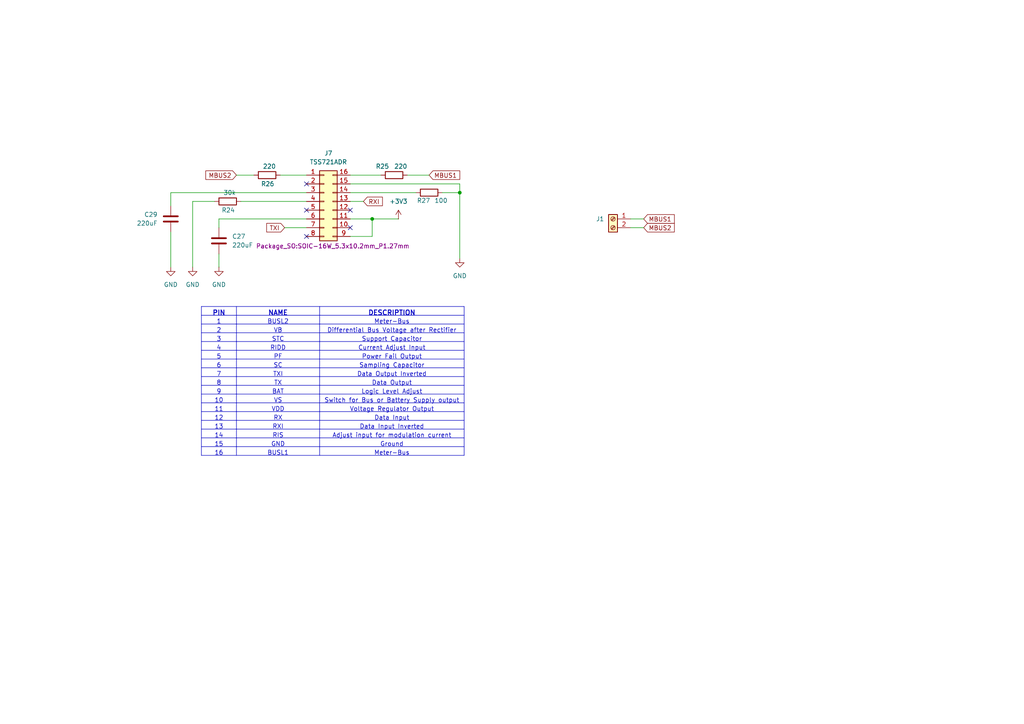
<source format=kicad_sch>
(kicad_sch
	(version 20250114)
	(generator "eeschema")
	(generator_version "9.0")
	(uuid "daa1691b-10f9-435f-98c2-75a310e5202f")
	(paper "A4")
	(title_block
		(title "S0 Base Board")
		(date "2025-02-26")
		(rev "v0.1.0")
		(company "Abstract Machines")
		(comment 1 "Deigned By: Jones Kisaka")
		(comment 2 "Approved By: Rodney Osodo")
	)
	(lib_symbols
		(symbol "Connector:Screw_Terminal_01x02"
			(pin_names
				(offset 1.016)
				(hide yes)
			)
			(exclude_from_sim no)
			(in_bom yes)
			(on_board yes)
			(property "Reference" "J"
				(at 0 2.54 0)
				(effects
					(font
						(size 1.27 1.27)
					)
				)
			)
			(property "Value" "Screw_Terminal_01x02"
				(at 0 -5.08 0)
				(effects
					(font
						(size 1.27 1.27)
					)
				)
			)
			(property "Footprint" ""
				(at 0 0 0)
				(effects
					(font
						(size 1.27 1.27)
					)
					(hide yes)
				)
			)
			(property "Datasheet" "~"
				(at 0 0 0)
				(effects
					(font
						(size 1.27 1.27)
					)
					(hide yes)
				)
			)
			(property "Description" "Generic screw terminal, single row, 01x02, script generated (kicad-library-utils/schlib/autogen/connector/)"
				(at 0 0 0)
				(effects
					(font
						(size 1.27 1.27)
					)
					(hide yes)
				)
			)
			(property "ki_keywords" "screw terminal"
				(at 0 0 0)
				(effects
					(font
						(size 1.27 1.27)
					)
					(hide yes)
				)
			)
			(property "ki_fp_filters" "TerminalBlock*:*"
				(at 0 0 0)
				(effects
					(font
						(size 1.27 1.27)
					)
					(hide yes)
				)
			)
			(symbol "Screw_Terminal_01x02_1_1"
				(rectangle
					(start -1.27 1.27)
					(end 1.27 -3.81)
					(stroke
						(width 0.254)
						(type default)
					)
					(fill
						(type background)
					)
				)
				(polyline
					(pts
						(xy -0.5334 0.3302) (xy 0.3302 -0.508)
					)
					(stroke
						(width 0.1524)
						(type default)
					)
					(fill
						(type none)
					)
				)
				(polyline
					(pts
						(xy -0.5334 -2.2098) (xy 0.3302 -3.048)
					)
					(stroke
						(width 0.1524)
						(type default)
					)
					(fill
						(type none)
					)
				)
				(polyline
					(pts
						(xy -0.3556 0.508) (xy 0.508 -0.3302)
					)
					(stroke
						(width 0.1524)
						(type default)
					)
					(fill
						(type none)
					)
				)
				(polyline
					(pts
						(xy -0.3556 -2.032) (xy 0.508 -2.8702)
					)
					(stroke
						(width 0.1524)
						(type default)
					)
					(fill
						(type none)
					)
				)
				(circle
					(center 0 0)
					(radius 0.635)
					(stroke
						(width 0.1524)
						(type default)
					)
					(fill
						(type none)
					)
				)
				(circle
					(center 0 -2.54)
					(radius 0.635)
					(stroke
						(width 0.1524)
						(type default)
					)
					(fill
						(type none)
					)
				)
				(pin passive line
					(at -5.08 0 0)
					(length 3.81)
					(name "Pin_1"
						(effects
							(font
								(size 1.27 1.27)
							)
						)
					)
					(number "1"
						(effects
							(font
								(size 1.27 1.27)
							)
						)
					)
				)
				(pin passive line
					(at -5.08 -2.54 0)
					(length 3.81)
					(name "Pin_2"
						(effects
							(font
								(size 1.27 1.27)
							)
						)
					)
					(number "2"
						(effects
							(font
								(size 1.27 1.27)
							)
						)
					)
				)
			)
			(embedded_fonts no)
		)
		(symbol "Connector_Generic:Conn_02x08_Counter_Clockwise"
			(pin_names
				(offset 1.016)
				(hide yes)
			)
			(exclude_from_sim no)
			(in_bom yes)
			(on_board yes)
			(property "Reference" "J"
				(at 1.27 10.16 0)
				(effects
					(font
						(size 1.27 1.27)
					)
				)
			)
			(property "Value" "Conn_02x08_Counter_Clockwise"
				(at 1.27 -12.7 0)
				(effects
					(font
						(size 1.27 1.27)
					)
				)
			)
			(property "Footprint" ""
				(at 0 0 0)
				(effects
					(font
						(size 1.27 1.27)
					)
					(hide yes)
				)
			)
			(property "Datasheet" "~"
				(at 0 0 0)
				(effects
					(font
						(size 1.27 1.27)
					)
					(hide yes)
				)
			)
			(property "Description" "Generic connector, double row, 02x08, counter clockwise pin numbering scheme (similar to DIP package numbering), script generated (kicad-library-utils/schlib/autogen/connector/)"
				(at 0 0 0)
				(effects
					(font
						(size 1.27 1.27)
					)
					(hide yes)
				)
			)
			(property "ki_keywords" "connector"
				(at 0 0 0)
				(effects
					(font
						(size 1.27 1.27)
					)
					(hide yes)
				)
			)
			(property "ki_fp_filters" "Connector*:*_2x??_*"
				(at 0 0 0)
				(effects
					(font
						(size 1.27 1.27)
					)
					(hide yes)
				)
			)
			(symbol "Conn_02x08_Counter_Clockwise_1_1"
				(rectangle
					(start -1.27 8.89)
					(end 3.81 -11.43)
					(stroke
						(width 0.254)
						(type default)
					)
					(fill
						(type background)
					)
				)
				(rectangle
					(start -1.27 7.747)
					(end 0 7.493)
					(stroke
						(width 0.1524)
						(type default)
					)
					(fill
						(type none)
					)
				)
				(rectangle
					(start -1.27 5.207)
					(end 0 4.953)
					(stroke
						(width 0.1524)
						(type default)
					)
					(fill
						(type none)
					)
				)
				(rectangle
					(start -1.27 2.667)
					(end 0 2.413)
					(stroke
						(width 0.1524)
						(type default)
					)
					(fill
						(type none)
					)
				)
				(rectangle
					(start -1.27 0.127)
					(end 0 -0.127)
					(stroke
						(width 0.1524)
						(type default)
					)
					(fill
						(type none)
					)
				)
				(rectangle
					(start -1.27 -2.413)
					(end 0 -2.667)
					(stroke
						(width 0.1524)
						(type default)
					)
					(fill
						(type none)
					)
				)
				(rectangle
					(start -1.27 -4.953)
					(end 0 -5.207)
					(stroke
						(width 0.1524)
						(type default)
					)
					(fill
						(type none)
					)
				)
				(rectangle
					(start -1.27 -7.493)
					(end 0 -7.747)
					(stroke
						(width 0.1524)
						(type default)
					)
					(fill
						(type none)
					)
				)
				(rectangle
					(start -1.27 -10.033)
					(end 0 -10.287)
					(stroke
						(width 0.1524)
						(type default)
					)
					(fill
						(type none)
					)
				)
				(rectangle
					(start 3.81 7.747)
					(end 2.54 7.493)
					(stroke
						(width 0.1524)
						(type default)
					)
					(fill
						(type none)
					)
				)
				(rectangle
					(start 3.81 5.207)
					(end 2.54 4.953)
					(stroke
						(width 0.1524)
						(type default)
					)
					(fill
						(type none)
					)
				)
				(rectangle
					(start 3.81 2.667)
					(end 2.54 2.413)
					(stroke
						(width 0.1524)
						(type default)
					)
					(fill
						(type none)
					)
				)
				(rectangle
					(start 3.81 0.127)
					(end 2.54 -0.127)
					(stroke
						(width 0.1524)
						(type default)
					)
					(fill
						(type none)
					)
				)
				(rectangle
					(start 3.81 -2.413)
					(end 2.54 -2.667)
					(stroke
						(width 0.1524)
						(type default)
					)
					(fill
						(type none)
					)
				)
				(rectangle
					(start 3.81 -4.953)
					(end 2.54 -5.207)
					(stroke
						(width 0.1524)
						(type default)
					)
					(fill
						(type none)
					)
				)
				(rectangle
					(start 3.81 -7.493)
					(end 2.54 -7.747)
					(stroke
						(width 0.1524)
						(type default)
					)
					(fill
						(type none)
					)
				)
				(rectangle
					(start 3.81 -10.033)
					(end 2.54 -10.287)
					(stroke
						(width 0.1524)
						(type default)
					)
					(fill
						(type none)
					)
				)
				(pin passive line
					(at -5.08 7.62 0)
					(length 3.81)
					(name "Pin_1"
						(effects
							(font
								(size 1.27 1.27)
							)
						)
					)
					(number "1"
						(effects
							(font
								(size 1.27 1.27)
							)
						)
					)
				)
				(pin passive line
					(at -5.08 5.08 0)
					(length 3.81)
					(name "Pin_2"
						(effects
							(font
								(size 1.27 1.27)
							)
						)
					)
					(number "2"
						(effects
							(font
								(size 1.27 1.27)
							)
						)
					)
				)
				(pin passive line
					(at -5.08 2.54 0)
					(length 3.81)
					(name "Pin_3"
						(effects
							(font
								(size 1.27 1.27)
							)
						)
					)
					(number "3"
						(effects
							(font
								(size 1.27 1.27)
							)
						)
					)
				)
				(pin passive line
					(at -5.08 0 0)
					(length 3.81)
					(name "Pin_4"
						(effects
							(font
								(size 1.27 1.27)
							)
						)
					)
					(number "4"
						(effects
							(font
								(size 1.27 1.27)
							)
						)
					)
				)
				(pin passive line
					(at -5.08 -2.54 0)
					(length 3.81)
					(name "Pin_5"
						(effects
							(font
								(size 1.27 1.27)
							)
						)
					)
					(number "5"
						(effects
							(font
								(size 1.27 1.27)
							)
						)
					)
				)
				(pin passive line
					(at -5.08 -5.08 0)
					(length 3.81)
					(name "Pin_6"
						(effects
							(font
								(size 1.27 1.27)
							)
						)
					)
					(number "6"
						(effects
							(font
								(size 1.27 1.27)
							)
						)
					)
				)
				(pin passive line
					(at -5.08 -7.62 0)
					(length 3.81)
					(name "Pin_7"
						(effects
							(font
								(size 1.27 1.27)
							)
						)
					)
					(number "7"
						(effects
							(font
								(size 1.27 1.27)
							)
						)
					)
				)
				(pin passive line
					(at -5.08 -10.16 0)
					(length 3.81)
					(name "Pin_8"
						(effects
							(font
								(size 1.27 1.27)
							)
						)
					)
					(number "8"
						(effects
							(font
								(size 1.27 1.27)
							)
						)
					)
				)
				(pin passive line
					(at 7.62 7.62 180)
					(length 3.81)
					(name "Pin_16"
						(effects
							(font
								(size 1.27 1.27)
							)
						)
					)
					(number "16"
						(effects
							(font
								(size 1.27 1.27)
							)
						)
					)
				)
				(pin passive line
					(at 7.62 5.08 180)
					(length 3.81)
					(name "Pin_15"
						(effects
							(font
								(size 1.27 1.27)
							)
						)
					)
					(number "15"
						(effects
							(font
								(size 1.27 1.27)
							)
						)
					)
				)
				(pin passive line
					(at 7.62 2.54 180)
					(length 3.81)
					(name "Pin_14"
						(effects
							(font
								(size 1.27 1.27)
							)
						)
					)
					(number "14"
						(effects
							(font
								(size 1.27 1.27)
							)
						)
					)
				)
				(pin passive line
					(at 7.62 0 180)
					(length 3.81)
					(name "Pin_13"
						(effects
							(font
								(size 1.27 1.27)
							)
						)
					)
					(number "13"
						(effects
							(font
								(size 1.27 1.27)
							)
						)
					)
				)
				(pin passive line
					(at 7.62 -2.54 180)
					(length 3.81)
					(name "Pin_12"
						(effects
							(font
								(size 1.27 1.27)
							)
						)
					)
					(number "12"
						(effects
							(font
								(size 1.27 1.27)
							)
						)
					)
				)
				(pin passive line
					(at 7.62 -5.08 180)
					(length 3.81)
					(name "Pin_11"
						(effects
							(font
								(size 1.27 1.27)
							)
						)
					)
					(number "11"
						(effects
							(font
								(size 1.27 1.27)
							)
						)
					)
				)
				(pin passive line
					(at 7.62 -7.62 180)
					(length 3.81)
					(name "Pin_10"
						(effects
							(font
								(size 1.27 1.27)
							)
						)
					)
					(number "10"
						(effects
							(font
								(size 1.27 1.27)
							)
						)
					)
				)
				(pin passive line
					(at 7.62 -10.16 180)
					(length 3.81)
					(name "Pin_9"
						(effects
							(font
								(size 1.27 1.27)
							)
						)
					)
					(number "9"
						(effects
							(font
								(size 1.27 1.27)
							)
						)
					)
				)
			)
			(embedded_fonts no)
		)
		(symbol "Device:C"
			(pin_numbers
				(hide yes)
			)
			(pin_names
				(offset 0.254)
			)
			(exclude_from_sim no)
			(in_bom yes)
			(on_board yes)
			(property "Reference" "C"
				(at 0.635 2.54 0)
				(effects
					(font
						(size 1.27 1.27)
					)
					(justify left)
				)
			)
			(property "Value" "C"
				(at 0.635 -2.54 0)
				(effects
					(font
						(size 1.27 1.27)
					)
					(justify left)
				)
			)
			(property "Footprint" ""
				(at 0.9652 -3.81 0)
				(effects
					(font
						(size 1.27 1.27)
					)
					(hide yes)
				)
			)
			(property "Datasheet" "~"
				(at 0 0 0)
				(effects
					(font
						(size 1.27 1.27)
					)
					(hide yes)
				)
			)
			(property "Description" "Unpolarized capacitor"
				(at 0 0 0)
				(effects
					(font
						(size 1.27 1.27)
					)
					(hide yes)
				)
			)
			(property "ki_keywords" "cap capacitor"
				(at 0 0 0)
				(effects
					(font
						(size 1.27 1.27)
					)
					(hide yes)
				)
			)
			(property "ki_fp_filters" "C_*"
				(at 0 0 0)
				(effects
					(font
						(size 1.27 1.27)
					)
					(hide yes)
				)
			)
			(symbol "C_0_1"
				(polyline
					(pts
						(xy -2.032 0.762) (xy 2.032 0.762)
					)
					(stroke
						(width 0.508)
						(type default)
					)
					(fill
						(type none)
					)
				)
				(polyline
					(pts
						(xy -2.032 -0.762) (xy 2.032 -0.762)
					)
					(stroke
						(width 0.508)
						(type default)
					)
					(fill
						(type none)
					)
				)
			)
			(symbol "C_1_1"
				(pin passive line
					(at 0 3.81 270)
					(length 2.794)
					(name "~"
						(effects
							(font
								(size 1.27 1.27)
							)
						)
					)
					(number "1"
						(effects
							(font
								(size 1.27 1.27)
							)
						)
					)
				)
				(pin passive line
					(at 0 -3.81 90)
					(length 2.794)
					(name "~"
						(effects
							(font
								(size 1.27 1.27)
							)
						)
					)
					(number "2"
						(effects
							(font
								(size 1.27 1.27)
							)
						)
					)
				)
			)
			(embedded_fonts no)
		)
		(symbol "Device:R"
			(pin_numbers
				(hide yes)
			)
			(pin_names
				(offset 0)
			)
			(exclude_from_sim no)
			(in_bom yes)
			(on_board yes)
			(property "Reference" "R"
				(at 2.032 0 90)
				(effects
					(font
						(size 1.27 1.27)
					)
				)
			)
			(property "Value" "R"
				(at 0 0 90)
				(effects
					(font
						(size 1.27 1.27)
					)
				)
			)
			(property "Footprint" ""
				(at -1.778 0 90)
				(effects
					(font
						(size 1.27 1.27)
					)
					(hide yes)
				)
			)
			(property "Datasheet" "~"
				(at 0 0 0)
				(effects
					(font
						(size 1.27 1.27)
					)
					(hide yes)
				)
			)
			(property "Description" "Resistor"
				(at 0 0 0)
				(effects
					(font
						(size 1.27 1.27)
					)
					(hide yes)
				)
			)
			(property "ki_keywords" "R res resistor"
				(at 0 0 0)
				(effects
					(font
						(size 1.27 1.27)
					)
					(hide yes)
				)
			)
			(property "ki_fp_filters" "R_*"
				(at 0 0 0)
				(effects
					(font
						(size 1.27 1.27)
					)
					(hide yes)
				)
			)
			(symbol "R_0_1"
				(rectangle
					(start -1.016 -2.54)
					(end 1.016 2.54)
					(stroke
						(width 0.254)
						(type default)
					)
					(fill
						(type none)
					)
				)
			)
			(symbol "R_1_1"
				(pin passive line
					(at 0 3.81 270)
					(length 1.27)
					(name "~"
						(effects
							(font
								(size 1.27 1.27)
							)
						)
					)
					(number "1"
						(effects
							(font
								(size 1.27 1.27)
							)
						)
					)
				)
				(pin passive line
					(at 0 -3.81 90)
					(length 1.27)
					(name "~"
						(effects
							(font
								(size 1.27 1.27)
							)
						)
					)
					(number "2"
						(effects
							(font
								(size 1.27 1.27)
							)
						)
					)
				)
			)
			(embedded_fonts no)
		)
		(symbol "power:+3V3"
			(power)
			(pin_numbers
				(hide yes)
			)
			(pin_names
				(offset 0)
				(hide yes)
			)
			(exclude_from_sim no)
			(in_bom yes)
			(on_board yes)
			(property "Reference" "#PWR"
				(at 0 -3.81 0)
				(effects
					(font
						(size 1.27 1.27)
					)
					(hide yes)
				)
			)
			(property "Value" "+3V3"
				(at 0 3.556 0)
				(effects
					(font
						(size 1.27 1.27)
					)
				)
			)
			(property "Footprint" ""
				(at 0 0 0)
				(effects
					(font
						(size 1.27 1.27)
					)
					(hide yes)
				)
			)
			(property "Datasheet" ""
				(at 0 0 0)
				(effects
					(font
						(size 1.27 1.27)
					)
					(hide yes)
				)
			)
			(property "Description" "Power symbol creates a global label with name \"+3V3\""
				(at 0 0 0)
				(effects
					(font
						(size 1.27 1.27)
					)
					(hide yes)
				)
			)
			(property "ki_keywords" "global power"
				(at 0 0 0)
				(effects
					(font
						(size 1.27 1.27)
					)
					(hide yes)
				)
			)
			(symbol "+3V3_0_1"
				(polyline
					(pts
						(xy -0.762 1.27) (xy 0 2.54)
					)
					(stroke
						(width 0)
						(type default)
					)
					(fill
						(type none)
					)
				)
				(polyline
					(pts
						(xy 0 2.54) (xy 0.762 1.27)
					)
					(stroke
						(width 0)
						(type default)
					)
					(fill
						(type none)
					)
				)
				(polyline
					(pts
						(xy 0 0) (xy 0 2.54)
					)
					(stroke
						(width 0)
						(type default)
					)
					(fill
						(type none)
					)
				)
			)
			(symbol "+3V3_1_1"
				(pin power_in line
					(at 0 0 90)
					(length 0)
					(name "~"
						(effects
							(font
								(size 1.27 1.27)
							)
						)
					)
					(number "1"
						(effects
							(font
								(size 1.27 1.27)
							)
						)
					)
				)
			)
			(embedded_fonts no)
		)
		(symbol "power:GND"
			(power)
			(pin_numbers
				(hide yes)
			)
			(pin_names
				(offset 0)
				(hide yes)
			)
			(exclude_from_sim no)
			(in_bom yes)
			(on_board yes)
			(property "Reference" "#PWR"
				(at 0 -6.35 0)
				(effects
					(font
						(size 1.27 1.27)
					)
					(hide yes)
				)
			)
			(property "Value" "GND"
				(at 0 -3.81 0)
				(effects
					(font
						(size 1.27 1.27)
					)
				)
			)
			(property "Footprint" ""
				(at 0 0 0)
				(effects
					(font
						(size 1.27 1.27)
					)
					(hide yes)
				)
			)
			(property "Datasheet" ""
				(at 0 0 0)
				(effects
					(font
						(size 1.27 1.27)
					)
					(hide yes)
				)
			)
			(property "Description" "Power symbol creates a global label with name \"GND\" , ground"
				(at 0 0 0)
				(effects
					(font
						(size 1.27 1.27)
					)
					(hide yes)
				)
			)
			(property "ki_keywords" "global power"
				(at 0 0 0)
				(effects
					(font
						(size 1.27 1.27)
					)
					(hide yes)
				)
			)
			(symbol "GND_0_1"
				(polyline
					(pts
						(xy 0 0) (xy 0 -1.27) (xy 1.27 -1.27) (xy 0 -2.54) (xy -1.27 -1.27) (xy 0 -1.27)
					)
					(stroke
						(width 0)
						(type default)
					)
					(fill
						(type none)
					)
				)
			)
			(symbol "GND_1_1"
				(pin power_in line
					(at 0 0 270)
					(length 0)
					(name "~"
						(effects
							(font
								(size 1.27 1.27)
							)
						)
					)
					(number "1"
						(effects
							(font
								(size 1.27 1.27)
							)
						)
					)
				)
			)
			(embedded_fonts no)
		)
	)
	(junction
		(at 133.35 55.88)
		(diameter 0)
		(color 0 0 0 0)
		(uuid "57025da8-9e66-4d3e-9583-5fc9d2351bdd")
	)
	(junction
		(at 107.95 63.5)
		(diameter 0)
		(color 0 0 0 0)
		(uuid "909d05b5-7ec6-4a8e-9985-3f2e56cb61b6")
	)
	(no_connect
		(at 88.9 53.34)
		(uuid "0ae55625-c053-45c0-b81c-f16f3ac96f53")
	)
	(no_connect
		(at 101.6 66.04)
		(uuid "3f1b2951-8c75-46c2-9a8a-0c77cd04a0c5")
	)
	(no_connect
		(at 88.9 60.96)
		(uuid "5f835d8e-4c6c-42bb-a8c7-aa7908aea889")
	)
	(no_connect
		(at 88.9 68.58)
		(uuid "9d379da0-945c-4290-b766-4f6de566f5bd")
	)
	(no_connect
		(at 101.6 60.96)
		(uuid "a0eb31ab-2fb9-41e2-8adb-bcad088c4452")
	)
	(wire
		(pts
			(xy 110.49 50.8) (xy 101.6 50.8)
		)
		(stroke
			(width 0)
			(type default)
		)
		(uuid "020da636-85c0-4081-90bb-472b6db9b9cd")
	)
	(wire
		(pts
			(xy 107.95 68.58) (xy 101.6 68.58)
		)
		(stroke
			(width 0)
			(type default)
		)
		(uuid "0aeff6a4-406d-451a-baae-d464375b217c")
	)
	(wire
		(pts
			(xy 133.35 55.88) (xy 133.35 74.93)
		)
		(stroke
			(width 0)
			(type default)
		)
		(uuid "10b7ca64-5f86-4552-841d-d48ecfc32bdb")
	)
	(wire
		(pts
			(xy 82.55 66.04) (xy 88.9 66.04)
		)
		(stroke
			(width 0)
			(type default)
		)
		(uuid "247e5ce5-4655-4306-93d4-3f5fdee8b29f")
	)
	(wire
		(pts
			(xy 81.28 50.8) (xy 88.9 50.8)
		)
		(stroke
			(width 0)
			(type default)
		)
		(uuid "34bc04fb-a65a-43f4-b6ba-a309754ad45f")
	)
	(wire
		(pts
			(xy 101.6 53.34) (xy 133.35 53.34)
		)
		(stroke
			(width 0)
			(type default)
		)
		(uuid "3e7c6b6c-9b72-43ad-8446-e8e84c57276e")
	)
	(wire
		(pts
			(xy 124.46 50.8) (xy 118.11 50.8)
		)
		(stroke
			(width 0)
			(type default)
		)
		(uuid "43f703e6-d45d-4fd9-b1c1-631f47dc49b0")
	)
	(wire
		(pts
			(xy 63.5 73.66) (xy 63.5 77.47)
		)
		(stroke
			(width 0)
			(type default)
		)
		(uuid "49b22d45-4f27-47fe-8965-023b6ca39117")
	)
	(wire
		(pts
			(xy 68.58 50.8) (xy 73.66 50.8)
		)
		(stroke
			(width 0)
			(type default)
		)
		(uuid "49ce1bf8-3618-418c-89e0-725da56117bb")
	)
	(wire
		(pts
			(xy 101.6 55.88) (xy 120.65 55.88)
		)
		(stroke
			(width 0)
			(type default)
		)
		(uuid "6442e2f8-4996-4a3e-8d30-776c3b31e4ff")
	)
	(wire
		(pts
			(xy 186.69 66.04) (xy 182.88 66.04)
		)
		(stroke
			(width 0)
			(type default)
		)
		(uuid "85a6a47a-fa07-4954-a9f4-799a95122e32")
	)
	(wire
		(pts
			(xy 49.53 67.31) (xy 49.53 77.47)
		)
		(stroke
			(width 0)
			(type default)
		)
		(uuid "8bae9859-a2db-44cb-a849-929ce44732c8")
	)
	(wire
		(pts
			(xy 69.85 58.42) (xy 88.9 58.42)
		)
		(stroke
			(width 0)
			(type default)
		)
		(uuid "8e6453e8-befa-4c36-986e-2ce7ead8614e")
	)
	(wire
		(pts
			(xy 49.53 55.88) (xy 49.53 59.69)
		)
		(stroke
			(width 0)
			(type default)
		)
		(uuid "92be779a-1513-4d98-b364-aa81ce7c87aa")
	)
	(wire
		(pts
			(xy 186.69 63.5) (xy 182.88 63.5)
		)
		(stroke
			(width 0)
			(type default)
		)
		(uuid "949fdc54-4c69-44fc-919a-09ba6bd04e54")
	)
	(wire
		(pts
			(xy 55.88 58.42) (xy 62.23 58.42)
		)
		(stroke
			(width 0)
			(type default)
		)
		(uuid "a030072b-69eb-43fd-b41c-3b1e8b73d6ca")
	)
	(wire
		(pts
			(xy 63.5 63.5) (xy 63.5 66.04)
		)
		(stroke
			(width 0)
			(type default)
		)
		(uuid "ab50ab13-0790-4fc9-9167-db01734be120")
	)
	(wire
		(pts
			(xy 88.9 55.88) (xy 49.53 55.88)
		)
		(stroke
			(width 0)
			(type default)
		)
		(uuid "ac21c227-7a69-4dc6-a42e-6ec9b698554a")
	)
	(wire
		(pts
			(xy 101.6 63.5) (xy 107.95 63.5)
		)
		(stroke
			(width 0)
			(type default)
		)
		(uuid "bba4747e-f05a-42bc-a922-174e8163a6fb")
	)
	(wire
		(pts
			(xy 128.27 55.88) (xy 133.35 55.88)
		)
		(stroke
			(width 0)
			(type default)
		)
		(uuid "cc177695-261a-4f5d-b7e3-525403e83941")
	)
	(wire
		(pts
			(xy 88.9 63.5) (xy 63.5 63.5)
		)
		(stroke
			(width 0)
			(type default)
		)
		(uuid "cef83d2e-1413-4be3-81cc-3956003496d6")
	)
	(wire
		(pts
			(xy 105.41 58.42) (xy 101.6 58.42)
		)
		(stroke
			(width 0)
			(type default)
		)
		(uuid "d7d63e46-d69c-4975-b987-dfa6e3208076")
	)
	(wire
		(pts
			(xy 55.88 77.47) (xy 55.88 58.42)
		)
		(stroke
			(width 0)
			(type default)
		)
		(uuid "e2fb8293-6ad5-4f71-a2ff-ac558409b010")
	)
	(wire
		(pts
			(xy 107.95 63.5) (xy 115.57 63.5)
		)
		(stroke
			(width 0)
			(type default)
		)
		(uuid "e4a63d02-9629-425f-995a-c8e09552168d")
	)
	(wire
		(pts
			(xy 107.95 63.5) (xy 107.95 68.58)
		)
		(stroke
			(width 0)
			(type default)
		)
		(uuid "ec09511f-3f3f-4f05-9c06-4e3102c6e216")
	)
	(wire
		(pts
			(xy 133.35 53.34) (xy 133.35 55.88)
		)
		(stroke
			(width 0)
			(type default)
		)
		(uuid "f705f3ce-8cc3-4346-9216-f258586e0c60")
	)
	(table
		(column_count 3)
		(border
			(external yes)
			(header yes)
			(stroke
				(width 0)
				(type solid)
			)
		)
		(separators
			(rows yes)
			(cols yes)
			(stroke
				(width 0)
				(type solid)
			)
		)
		(column_widths 10.16 24.13 41.91)
		(row_heights 2.54 2.54 2.54 2.54 2.54 2.54 2.54 2.54 2.54 2.54 2.54 2.54
			2.54 2.54 2.54 2.54 2.54
		)
		(cells
			(table_cell "PIN"
				(exclude_from_sim no)
				(at 58.42 88.9 0)
				(size 10.16 2.54)
				(margins 0.9525 0.9525 0.9525 0.9525)
				(span 1 1)
				(fill
					(type none)
				)
				(effects
					(font
						(size 1.4 1.4)
						(thickness 0.254)
						(bold yes)
					)
					(justify top)
				)
				(uuid "15f03ac4-c7f6-4903-af68-c75e67aa327b")
			)
			(table_cell "NAME"
				(exclude_from_sim no)
				(at 68.58 88.9 0)
				(size 24.13 2.54)
				(margins 0.9525 0.9525 0.9525 0.9525)
				(span 1 1)
				(fill
					(type none)
				)
				(effects
					(font
						(size 1.4 1.4)
						(thickness 0.254)
						(bold yes)
					)
					(justify top)
				)
				(uuid "ce94a980-6a5c-4593-ab2d-685e6bc49dad")
			)
			(table_cell "DESCRIPTION"
				(exclude_from_sim no)
				(at 92.71 88.9 0)
				(size 41.91 2.54)
				(margins 0.9525 0.9525 0.9525 0.9525)
				(span 1 1)
				(fill
					(type none)
				)
				(effects
					(font
						(size 1.4 1.4)
						(thickness 0.254)
						(bold yes)
					)
					(justify top)
				)
				(uuid "e452e208-6049-4870-b8a4-adda13fc2e3b")
			)
			(table_cell "1"
				(exclude_from_sim no)
				(at 58.42 91.44 0)
				(size 10.16 2.54)
				(margins 0.9525 0.9525 0.9525 0.9525)
				(span 1 1)
				(fill
					(type none)
				)
				(effects
					(font
						(size 1.27 1.27)
					)
					(justify top)
				)
				(uuid "b9fe3757-4010-4a10-b75a-ee09ec36e1af")
			)
			(table_cell "BUSL2"
				(exclude_from_sim no)
				(at 68.58 91.44 0)
				(size 24.13 2.54)
				(margins 0.9525 0.9525 0.9525 0.9525)
				(span 1 1)
				(fill
					(type none)
				)
				(effects
					(font
						(size 1.27 1.27)
					)
					(justify top)
				)
				(uuid "36222bb3-6d9f-470a-a22f-e3c5b3ef9d36")
			)
			(table_cell "Meter-Bus"
				(exclude_from_sim no)
				(at 92.71 91.44 0)
				(size 41.91 2.54)
				(margins 0.9525 0.9525 0.9525 0.9525)
				(span 1 1)
				(fill
					(type none)
				)
				(effects
					(font
						(size 1.27 1.27)
					)
					(justify top)
				)
				(uuid "e255b126-4f73-49b4-ae3b-b260df6f4504")
			)
			(table_cell "2"
				(exclude_from_sim no)
				(at 58.42 93.98 0)
				(size 10.16 2.54)
				(margins 0.9525 0.9525 0.9525 0.9525)
				(span 1 1)
				(fill
					(type none)
				)
				(effects
					(font
						(size 1.27 1.27)
					)
					(justify top)
				)
				(uuid "29e6cdbb-348e-4843-9ef3-18a25c48855e")
			)
			(table_cell "VB"
				(exclude_from_sim no)
				(at 68.58 93.98 0)
				(size 24.13 2.54)
				(margins 0.9525 0.9525 0.9525 0.9525)
				(span 1 1)
				(fill
					(type none)
				)
				(effects
					(font
						(size 1.27 1.27)
					)
					(justify top)
				)
				(uuid "f5f46659-be9f-48aa-9f17-eed185979ca1")
			)
			(table_cell "Differential Bus Voltage after Rectifier"
				(exclude_from_sim no)
				(at 92.71 93.98 0)
				(size 41.91 2.54)
				(margins 0.9525 0.9525 0.9525 0.9525)
				(span 1 1)
				(fill
					(type none)
				)
				(effects
					(font
						(size 1.27 1.27)
					)
					(justify top)
				)
				(uuid "0fef1056-f1d4-4907-b317-c81108a5862c")
			)
			(table_cell "3"
				(exclude_from_sim no)
				(at 58.42 96.52 0)
				(size 10.16 2.54)
				(margins 0.9525 0.9525 0.9525 0.9525)
				(span 1 1)
				(fill
					(type none)
				)
				(effects
					(font
						(size 1.27 1.27)
					)
					(justify top)
				)
				(uuid "fba8324b-91a9-4285-b0f8-6d5ef53e9003")
			)
			(table_cell "STC"
				(exclude_from_sim no)
				(at 68.58 96.52 0)
				(size 24.13 2.54)
				(margins 0.9525 0.9525 0.9525 0.9525)
				(span 1 1)
				(fill
					(type none)
				)
				(effects
					(font
						(size 1.27 1.27)
					)
					(justify top)
				)
				(uuid "21f2bb6b-1408-4fae-89de-7282bed160c7")
			)
			(table_cell "Support Capacitor"
				(exclude_from_sim no)
				(at 92.71 96.52 0)
				(size 41.91 2.54)
				(margins 0.9525 0.9525 0.9525 0.9525)
				(span 1 1)
				(fill
					(type none)
				)
				(effects
					(font
						(size 1.27 1.27)
					)
					(justify top)
				)
				(uuid "69187d75-950d-47a1-879e-709aed0148e2")
			)
			(table_cell "4"
				(exclude_from_sim no)
				(at 58.42 99.06 0)
				(size 10.16 2.54)
				(margins 0.9525 0.9525 0.9525 0.9525)
				(span 1 1)
				(fill
					(type none)
				)
				(effects
					(font
						(size 1.27 1.27)
					)
					(justify top)
				)
				(uuid "bb694909-944c-4f6e-a08a-45a113acee63")
			)
			(table_cell "RIDD"
				(exclude_from_sim no)
				(at 68.58 99.06 0)
				(size 24.13 2.54)
				(margins 0.9525 0.9525 0.9525 0.9525)
				(span 1 1)
				(fill
					(type none)
				)
				(effects
					(font
						(size 1.27 1.27)
					)
					(justify top)
				)
				(uuid "e02b2935-d2bd-4e97-b3b3-f2aa5b6251ff")
			)
			(table_cell "Current Adjust Input"
				(exclude_from_sim no)
				(at 92.71 99.06 0)
				(size 41.91 2.54)
				(margins 0.9525 0.9525 0.9525 0.9525)
				(span 1 1)
				(fill
					(type none)
				)
				(effects
					(font
						(size 1.27 1.27)
					)
					(justify top)
				)
				(uuid "ac3ebc02-a86d-45c3-8213-21f4e984a9ed")
			)
			(table_cell "5"
				(exclude_from_sim no)
				(at 58.42 101.6 0)
				(size 10.16 2.54)
				(margins 0.9525 0.9525 0.9525 0.9525)
				(span 1 1)
				(fill
					(type none)
				)
				(effects
					(font
						(size 1.27 1.27)
					)
					(justify top)
				)
				(uuid "de5acaad-9691-4bdd-a60d-eeb88a73a2f5")
			)
			(table_cell "PF"
				(exclude_from_sim no)
				(at 68.58 101.6 0)
				(size 24.13 2.54)
				(margins 0.9525 0.9525 0.9525 0.9525)
				(span 1 1)
				(fill
					(type none)
				)
				(effects
					(font
						(size 1.27 1.27)
					)
					(justify top)
				)
				(uuid "7d1e97a2-6094-464b-91ee-d35deb39d17e")
			)
			(table_cell "Power Fail Output"
				(exclude_from_sim no)
				(at 92.71 101.6 0)
				(size 41.91 2.54)
				(margins 0.9525 0.9525 0.9525 0.9525)
				(span 1 1)
				(fill
					(type none)
				)
				(effects
					(font
						(size 1.27 1.27)
					)
					(justify top)
				)
				(uuid "01891138-7121-4cab-839a-2abb334ab537")
			)
			(table_cell "6"
				(exclude_from_sim no)
				(at 58.42 104.14 0)
				(size 10.16 2.54)
				(margins 0.9525 0.9525 0.9525 0.9525)
				(span 1 1)
				(fill
					(type none)
				)
				(effects
					(font
						(size 1.27 1.27)
					)
					(justify top)
				)
				(uuid "9f5d6ada-1549-46b7-a159-1426c52b5a53")
			)
			(table_cell "SC"
				(exclude_from_sim no)
				(at 68.58 104.14 0)
				(size 24.13 2.54)
				(margins 0.9525 0.9525 0.9525 0.9525)
				(span 1 1)
				(fill
					(type none)
				)
				(effects
					(font
						(size 1.27 1.27)
					)
					(justify top)
				)
				(uuid "f163d736-46de-4ffc-8215-7b75cf74b965")
			)
			(table_cell "Sampling Capacitor"
				(exclude_from_sim no)
				(at 92.71 104.14 0)
				(size 41.91 2.54)
				(margins 0.9525 0.9525 0.9525 0.9525)
				(span 1 1)
				(fill
					(type none)
				)
				(effects
					(font
						(size 1.27 1.27)
					)
					(justify top)
				)
				(uuid "c19e7a39-680c-46de-9032-37bbc2beb332")
			)
			(table_cell "7"
				(exclude_from_sim no)
				(at 58.42 106.68 0)
				(size 10.16 2.54)
				(margins 0.9525 0.9525 0.9525 0.9525)
				(span 1 1)
				(fill
					(type none)
				)
				(effects
					(font
						(size 1.27 1.27)
					)
					(justify top)
				)
				(uuid "b345327e-55c1-4731-98c7-b5540fd51580")
			)
			(table_cell "TXI"
				(exclude_from_sim no)
				(at 68.58 106.68 0)
				(size 24.13 2.54)
				(margins 0.9525 0.9525 0.9525 0.9525)
				(span 1 1)
				(fill
					(type none)
				)
				(effects
					(font
						(size 1.27 1.27)
					)
					(justify top)
				)
				(uuid "5cda2b64-b689-4f8c-9a2e-b835b98d7878")
			)
			(table_cell "Data Output Inverted"
				(exclude_from_sim no)
				(at 92.71 106.68 0)
				(size 41.91 2.54)
				(margins 0.9525 0.9525 0.9525 0.9525)
				(span 1 1)
				(fill
					(type none)
				)
				(effects
					(font
						(size 1.27 1.27)
					)
					(justify top)
				)
				(uuid "af32b233-c9d2-419f-bf93-ec7a338570fd")
			)
			(table_cell "8"
				(exclude_from_sim no)
				(at 58.42 109.22 0)
				(size 10.16 2.54)
				(margins 0.9525 0.9525 0.9525 0.9525)
				(span 1 1)
				(fill
					(type none)
				)
				(effects
					(font
						(size 1.27 1.27)
					)
					(justify top)
				)
				(uuid "86184180-5377-4df9-a3cd-521e5cac17a8")
			)
			(table_cell "TX"
				(exclude_from_sim no)
				(at 68.58 109.22 0)
				(size 24.13 2.54)
				(margins 0.9525 0.9525 0.9525 0.9525)
				(span 1 1)
				(fill
					(type none)
				)
				(effects
					(font
						(size 1.27 1.27)
					)
					(justify top)
				)
				(uuid "de417d19-474b-4393-b052-4b6622c1953d")
			)
			(table_cell "Data Output"
				(exclude_from_sim no)
				(at 92.71 109.22 0)
				(size 41.91 2.54)
				(margins 0.9525 0.9525 0.9525 0.9525)
				(span 1 1)
				(fill
					(type none)
				)
				(effects
					(font
						(size 1.27 1.27)
					)
					(justify top)
				)
				(uuid "200d1cab-fd0d-4441-bb69-9e3c3c13c5e5")
			)
			(table_cell "9"
				(exclude_from_sim no)
				(at 58.42 111.76 0)
				(size 10.16 2.54)
				(margins 0.9525 0.9525 0.9525 0.9525)
				(span 1 1)
				(fill
					(type none)
				)
				(effects
					(font
						(size 1.27 1.27)
					)
					(justify top)
				)
				(uuid "f3c9493e-db0d-4448-a748-31c62a1fc614")
			)
			(table_cell "BAT"
				(exclude_from_sim no)
				(at 68.58 111.76 0)
				(size 24.13 2.54)
				(margins 0.9525 0.9525 0.9525 0.9525)
				(span 1 1)
				(fill
					(type none)
				)
				(effects
					(font
						(size 1.27 1.27)
					)
					(justify top)
				)
				(uuid "b7f2008a-1280-4dfe-b596-22c1a8e1f5c7")
			)
			(table_cell "Logic Level Adjust"
				(exclude_from_sim no)
				(at 92.71 111.76 0)
				(size 41.91 2.54)
				(margins 0.9525 0.9525 0.9525 0.9525)
				(span 1 1)
				(fill
					(type none)
				)
				(effects
					(font
						(size 1.27 1.27)
					)
					(justify top)
				)
				(uuid "5b89f5e3-fcd8-44fb-8f8f-bb338767d7e8")
			)
			(table_cell "10"
				(exclude_from_sim no)
				(at 58.42 114.3 0)
				(size 10.16 2.54)
				(margins 0.9525 0.9525 0.9525 0.9525)
				(span 1 1)
				(fill
					(type none)
				)
				(effects
					(font
						(size 1.27 1.27)
					)
					(justify top)
				)
				(uuid "bd854f35-7ebd-45c4-9140-fd25570f521a")
			)
			(table_cell "VS"
				(exclude_from_sim no)
				(at 68.58 114.3 0)
				(size 24.13 2.54)
				(margins 0.9525 0.9525 0.9525 0.9525)
				(span 1 1)
				(fill
					(type none)
				)
				(effects
					(font
						(size 1.27 1.27)
					)
					(justify top)
				)
				(uuid "a3bb7c09-3a22-4735-8dd5-9625bb1f4b3b")
			)
			(table_cell "Switch for Bus or Battery Supply output"
				(exclude_from_sim no)
				(at 92.71 114.3 0)
				(size 41.91 2.54)
				(margins 0.9525 0.9525 0.9525 0.9525)
				(span 1 1)
				(fill
					(type none)
				)
				(effects
					(font
						(size 1.27 1.27)
					)
					(justify top)
				)
				(uuid "b3ed3214-afd3-4bd9-a77f-fb58f152e05a")
			)
			(table_cell "11"
				(exclude_from_sim no)
				(at 58.42 116.84 0)
				(size 10.16 2.54)
				(margins 0.9525 0.9525 0.9525 0.9525)
				(span 1 1)
				(fill
					(type none)
				)
				(effects
					(font
						(size 1.27 1.27)
					)
					(justify top)
				)
				(uuid "6a0015db-f05f-4b4f-8775-d4f5cb25225c")
			)
			(table_cell "VDD"
				(exclude_from_sim no)
				(at 68.58 116.84 0)
				(size 24.13 2.54)
				(margins 0.9525 0.9525 0.9525 0.9525)
				(span 1 1)
				(fill
					(type none)
				)
				(effects
					(font
						(size 1.27 1.27)
					)
					(justify top)
				)
				(uuid "ab3bee53-1cc4-4136-bf01-a158213341a1")
			)
			(table_cell "Voltage Regulator Output"
				(exclude_from_sim no)
				(at 92.71 116.84 0)
				(size 41.91 2.54)
				(margins 0.9525 0.9525 0.9525 0.9525)
				(span 1 1)
				(fill
					(type none)
				)
				(effects
					(font
						(size 1.27 1.27)
					)
					(justify top)
				)
				(uuid "53f178db-0e70-42dc-acb2-4c36740373ef")
			)
			(table_cell "12"
				(exclude_from_sim no)
				(at 58.42 119.38 0)
				(size 10.16 2.54)
				(margins 0.9525 0.9525 0.9525 0.9525)
				(span 1 1)
				(fill
					(type none)
				)
				(effects
					(font
						(size 1.27 1.27)
					)
					(justify top)
				)
				(uuid "6a19a49e-88c4-46ef-bd5b-07128fd76527")
			)
			(table_cell "RX"
				(exclude_from_sim no)
				(at 68.58 119.38 0)
				(size 24.13 2.54)
				(margins 0.9525 0.9525 0.9525 0.9525)
				(span 1 1)
				(fill
					(type none)
				)
				(effects
					(font
						(size 1.27 1.27)
					)
					(justify top)
				)
				(uuid "5758316b-3326-49df-9141-473bc86f340a")
			)
			(table_cell "Data Input"
				(exclude_from_sim no)
				(at 92.71 119.38 0)
				(size 41.91 2.54)
				(margins 0.9525 0.9525 0.9525 0.9525)
				(span 1 1)
				(fill
					(type none)
				)
				(effects
					(font
						(size 1.27 1.27)
					)
					(justify top)
				)
				(uuid "05437f14-3332-42d7-bcf0-8a22545fb340")
			)
			(table_cell "13"
				(exclude_from_sim no)
				(at 58.42 121.92 0)
				(size 10.16 2.54)
				(margins 0.9525 0.9525 0.9525 0.9525)
				(span 1 1)
				(fill
					(type none)
				)
				(effects
					(font
						(size 1.27 1.27)
					)
					(justify top)
				)
				(uuid "aee896f3-e20c-4c87-8fdf-ebc57e6f6e73")
			)
			(table_cell "RXI"
				(exclude_from_sim no)
				(at 68.58 121.92 0)
				(size 24.13 2.54)
				(margins 0.9525 0.9525 0.9525 0.9525)
				(span 1 1)
				(fill
					(type none)
				)
				(effects
					(font
						(size 1.27 1.27)
					)
					(justify top)
				)
				(uuid "479f5555-d7b2-47a5-9539-fd4f379ab8a8")
			)
			(table_cell "Data Input Inverted"
				(exclude_from_sim no)
				(at 92.71 121.92 0)
				(size 41.91 2.54)
				(margins 0.9525 0.9525 0.9525 0.9525)
				(span 1 1)
				(fill
					(type none)
				)
				(effects
					(font
						(size 1.27 1.27)
					)
					(justify top)
				)
				(uuid "d067f82e-3837-485f-92a4-b5e8b04ae805")
			)
			(table_cell "14"
				(exclude_from_sim no)
				(at 58.42 124.46 0)
				(size 10.16 2.54)
				(margins 0.9525 0.9525 0.9525 0.9525)
				(span 1 1)
				(fill
					(type none)
				)
				(effects
					(font
						(size 1.27 1.27)
					)
					(justify top)
				)
				(uuid "e9bd4420-c13d-4594-a676-ccd3924691a9")
			)
			(table_cell "RIS"
				(exclude_from_sim no)
				(at 68.58 124.46 0)
				(size 24.13 2.54)
				(margins 0.9525 0.9525 0.9525 0.9525)
				(span 1 1)
				(fill
					(type none)
				)
				(effects
					(font
						(size 1.27 1.27)
					)
					(justify top)
				)
				(uuid "e8c80f85-484c-4992-ad15-49fc5f1e52c1")
			)
			(table_cell "Adjust input for modulation current"
				(exclude_from_sim no)
				(at 92.71 124.46 0)
				(size 41.91 2.54)
				(margins 0.9525 0.9525 0.9525 0.9525)
				(span 1 1)
				(fill
					(type none)
				)
				(effects
					(font
						(size 1.27 1.27)
					)
					(justify top)
				)
				(uuid "ec74ea78-87f9-4355-ace9-af4223b0b929")
			)
			(table_cell "15"
				(exclude_from_sim no)
				(at 58.42 127 0)
				(size 10.16 2.54)
				(margins 0.9525 0.9525 0.9525 0.9525)
				(span 1 1)
				(fill
					(type none)
				)
				(effects
					(font
						(size 1.27 1.27)
					)
					(justify top)
				)
				(uuid "c23303e8-1a0a-4383-bf4d-2527d42c8f36")
			)
			(table_cell "GND"
				(exclude_from_sim no)
				(at 68.58 127 0)
				(size 24.13 2.54)
				(margins 0.9525 0.9525 0.9525 0.9525)
				(span 1 1)
				(fill
					(type none)
				)
				(effects
					(font
						(size 1.27 1.27)
					)
					(justify top)
				)
				(uuid "1217cc33-3703-4bbe-b5cd-a05fa5aeeebc")
			)
			(table_cell "Ground"
				(exclude_from_sim no)
				(at 92.71 127 0)
				(size 41.91 2.54)
				(margins 0.9525 0.9525 0.9525 0.9525)
				(span 1 1)
				(fill
					(type none)
				)
				(effects
					(font
						(size 1.27 1.27)
					)
					(justify top)
				)
				(uuid "fc5ac0a3-777b-4788-bd1f-8adb3c1e486a")
			)
			(table_cell "16"
				(exclude_from_sim no)
				(at 58.42 129.54 0)
				(size 10.16 2.54)
				(margins 0.9525 0.9525 0.9525 0.9525)
				(span 1 1)
				(fill
					(type none)
				)
				(effects
					(font
						(size 1.27 1.27)
					)
					(justify top)
				)
				(uuid "b56a72a8-56c6-4c0b-bb0c-91804f58b5fa")
			)
			(table_cell "BUSL1"
				(exclude_from_sim no)
				(at 68.58 129.54 0)
				(size 24.13 2.54)
				(margins 0.9525 0.9525 0.9525 0.9525)
				(span 1 1)
				(fill
					(type none)
				)
				(effects
					(font
						(size 1.27 1.27)
					)
					(justify top)
				)
				(uuid "f3e3bf72-a1a3-4403-8a34-820b3bea4e14")
			)
			(table_cell "Meter-Bus"
				(exclude_from_sim no)
				(at 92.71 129.54 0)
				(size 41.91 2.54)
				(margins 0.9525 0.9525 0.9525 0.9525)
				(span 1 1)
				(fill
					(type none)
				)
				(effects
					(font
						(size 1.27 1.27)
					)
					(justify top)
				)
				(uuid "0ef5012f-eba7-478d-9d6c-7fd4ee501412")
			)
		)
	)
	(global_label "TXI"
		(shape input)
		(at 82.55 66.04 180)
		(fields_autoplaced yes)
		(effects
			(font
				(size 1.27 1.27)
			)
			(justify right)
		)
		(uuid "2538bdfb-0088-4284-9394-b6559044591d")
		(property "Intersheetrefs" "${INTERSHEET_REFS}"
			(at 76.7829 66.04 0)
			(effects
				(font
					(size 1.27 1.27)
				)
				(justify right)
				(hide yes)
			)
		)
	)
	(global_label "MBUS2"
		(shape input)
		(at 186.69 66.04 0)
		(fields_autoplaced yes)
		(effects
			(font
				(size 1.27 1.27)
			)
			(justify left)
		)
		(uuid "6eb51c58-6595-4c00-96c5-c80da622bde4")
		(property "Intersheetrefs" "${INTERSHEET_REFS}"
			(at 196.1461 66.04 0)
			(effects
				(font
					(size 1.27 1.27)
				)
				(justify left)
				(hide yes)
			)
		)
	)
	(global_label "MBUS1"
		(shape input)
		(at 124.46 50.8 0)
		(fields_autoplaced yes)
		(effects
			(font
				(size 1.27 1.27)
			)
			(justify left)
		)
		(uuid "91bb2f01-0c77-4c67-baf4-9c909feab80b")
		(property "Intersheetrefs" "${INTERSHEET_REFS}"
			(at 133.9161 50.8 0)
			(effects
				(font
					(size 1.27 1.27)
				)
				(justify left)
				(hide yes)
			)
		)
	)
	(global_label "MBUS1"
		(shape input)
		(at 186.69 63.5 0)
		(fields_autoplaced yes)
		(effects
			(font
				(size 1.27 1.27)
			)
			(justify left)
		)
		(uuid "a2d79329-4a3e-41d9-a9bc-79ae3d13b2ac")
		(property "Intersheetrefs" "${INTERSHEET_REFS}"
			(at 196.1461 63.5 0)
			(effects
				(font
					(size 1.27 1.27)
				)
				(justify left)
				(hide yes)
			)
		)
	)
	(global_label "MBUS2"
		(shape input)
		(at 68.58 50.8 180)
		(fields_autoplaced yes)
		(effects
			(font
				(size 1.27 1.27)
			)
			(justify right)
		)
		(uuid "a5e5597b-5da3-4f26-998a-e4ec2cfdb0f9")
		(property "Intersheetrefs" "${INTERSHEET_REFS}"
			(at 59.1239 50.8 0)
			(effects
				(font
					(size 1.27 1.27)
				)
				(justify right)
				(hide yes)
			)
		)
	)
	(global_label "RXI"
		(shape input)
		(at 105.41 58.42 0)
		(fields_autoplaced yes)
		(effects
			(font
				(size 1.27 1.27)
			)
			(justify left)
		)
		(uuid "fdb76e9c-a37d-43fd-a092-f788f1c70f93")
		(property "Intersheetrefs" "${INTERSHEET_REFS}"
			(at 111.4795 58.42 0)
			(effects
				(font
					(size 1.27 1.27)
				)
				(justify left)
				(hide yes)
			)
		)
	)
	(symbol
		(lib_id "Device:C")
		(at 49.53 63.5 0)
		(mirror y)
		(unit 1)
		(exclude_from_sim no)
		(in_bom yes)
		(on_board yes)
		(dnp no)
		(uuid "0ff8695d-1a5e-465d-8689-1cfd9cabf18c")
		(property "Reference" "C29"
			(at 45.72 62.2299 0)
			(effects
				(font
					(size 1.27 1.27)
				)
				(justify left)
			)
		)
		(property "Value" "220uF"
			(at 45.72 64.7699 0)
			(effects
				(font
					(size 1.27 1.27)
				)
				(justify left)
			)
		)
		(property "Footprint" "Capacitor_SMD:C_1206_3216Metric"
			(at 48.5648 67.31 0)
			(effects
				(font
					(size 1.27 1.27)
				)
				(hide yes)
			)
		)
		(property "Datasheet" "~"
			(at 49.53 63.5 0)
			(effects
				(font
					(size 1.27 1.27)
				)
				(hide yes)
			)
		)
		(property "Description" "6.3V 220uF X5R ±20% 1206 Multilayer Ceramic Capacitors MLCC - SMD/SMT ROHS"
			(at 49.53 63.5 0)
			(effects
				(font
					(size 1.27 1.27)
				)
				(hide yes)
			)
		)
		(property "JLCPCB" "C412252"
			(at 49.53 63.5 0)
			(effects
				(font
					(size 1.27 1.27)
				)
				(hide yes)
			)
		)
		(property "LCSC Part" ""
			(at 49.53 63.5 0)
			(effects
				(font
					(size 1.27 1.27)
				)
				(hide yes)
			)
		)
		(property "Sim.Type" ""
			(at 49.53 63.5 0)
			(effects
				(font
					(size 1.27 1.27)
				)
				(hide yes)
			)
		)
		(pin "2"
			(uuid "09429035-bd9c-468e-8d49-b2f6302d642b")
		)
		(pin "1"
			(uuid "9077ab57-a8e1-4fd2-bbdb-967f15879033")
		)
		(instances
			(project "s0-base-board"
				(path "/30a07aa9-a4c6-42ad-8aa6-f5766a70e64f/715e542c-ab65-47cd-8818-1fd83daf1c1f"
					(reference "C29")
					(unit 1)
				)
			)
		)
	)
	(symbol
		(lib_id "Device:C")
		(at 63.5 69.85 0)
		(unit 1)
		(exclude_from_sim no)
		(in_bom yes)
		(on_board yes)
		(dnp no)
		(uuid "1d4532f5-adb2-4b7b-981b-b0ea4a5cd280")
		(property "Reference" "C27"
			(at 67.31 68.5799 0)
			(effects
				(font
					(size 1.27 1.27)
				)
				(justify left)
			)
		)
		(property "Value" "220uF"
			(at 67.31 71.1199 0)
			(effects
				(font
					(size 1.27 1.27)
				)
				(justify left)
			)
		)
		(property "Footprint" "Capacitor_SMD:C_1206_3216Metric"
			(at 64.4652 73.66 0)
			(effects
				(font
					(size 1.27 1.27)
				)
				(hide yes)
			)
		)
		(property "Datasheet" "~"
			(at 63.5 69.85 0)
			(effects
				(font
					(size 1.27 1.27)
				)
				(hide yes)
			)
		)
		(property "Description" "6.3V 220uF X5R ±20% 1206 Multilayer Ceramic Capacitors MLCC - SMD/SMT ROHS"
			(at 63.5 69.85 0)
			(effects
				(font
					(size 1.27 1.27)
				)
				(hide yes)
			)
		)
		(property "JLCPCB" "C412252"
			(at 63.5 69.85 0)
			(effects
				(font
					(size 1.27 1.27)
				)
				(hide yes)
			)
		)
		(property "LCSC Part" ""
			(at 63.5 69.85 0)
			(effects
				(font
					(size 1.27 1.27)
				)
				(hide yes)
			)
		)
		(property "Sim.Type" ""
			(at 63.5 69.85 0)
			(effects
				(font
					(size 1.27 1.27)
				)
				(hide yes)
			)
		)
		(pin "2"
			(uuid "545ff3cb-cf10-4654-9868-71b3ee391864")
		)
		(pin "1"
			(uuid "a67daf06-ef84-4cba-b482-774427c50c4f")
		)
		(instances
			(project "s0-base-board"
				(path "/30a07aa9-a4c6-42ad-8aa6-f5766a70e64f/715e542c-ab65-47cd-8818-1fd83daf1c1f"
					(reference "C27")
					(unit 1)
				)
			)
		)
	)
	(symbol
		(lib_id "power:+3V3")
		(at 115.57 63.5 0)
		(mirror y)
		(unit 1)
		(exclude_from_sim no)
		(in_bom yes)
		(on_board yes)
		(dnp no)
		(fields_autoplaced yes)
		(uuid "1f2a9334-3732-42e8-91b1-99a703b41b70")
		(property "Reference" "#PWR027"
			(at 115.57 67.31 0)
			(effects
				(font
					(size 1.27 1.27)
				)
				(hide yes)
			)
		)
		(property "Value" "+3V3"
			(at 115.57 58.42 0)
			(effects
				(font
					(size 1.27 1.27)
				)
			)
		)
		(property "Footprint" ""
			(at 115.57 63.5 0)
			(effects
				(font
					(size 1.27 1.27)
				)
				(hide yes)
			)
		)
		(property "Datasheet" ""
			(at 115.57 63.5 0)
			(effects
				(font
					(size 1.27 1.27)
				)
				(hide yes)
			)
		)
		(property "Description" "Power symbol creates a global label with name \"+3V3\""
			(at 115.57 63.5 0)
			(effects
				(font
					(size 1.27 1.27)
				)
				(hide yes)
			)
		)
		(pin "1"
			(uuid "d1c189ef-dd62-4cf4-82ba-a82a02714daf")
		)
		(instances
			(project "s0-base-board"
				(path "/30a07aa9-a4c6-42ad-8aa6-f5766a70e64f/715e542c-ab65-47cd-8818-1fd83daf1c1f"
					(reference "#PWR027")
					(unit 1)
				)
			)
		)
	)
	(symbol
		(lib_id "Device:R")
		(at 124.46 55.88 90)
		(mirror x)
		(unit 1)
		(exclude_from_sim no)
		(in_bom yes)
		(on_board yes)
		(dnp no)
		(uuid "24a8779b-9bf1-4b8e-9c20-7bbdc2909373")
		(property "Reference" "R27"
			(at 120.904 58.166 90)
			(effects
				(font
					(size 1.27 1.27)
				)
				(justify right)
			)
		)
		(property "Value" "100"
			(at 125.984 58.166 90)
			(effects
				(font
					(size 1.27 1.27)
				)
				(justify right)
			)
		)
		(property "Footprint" "Resistor_SMD:R_0603_1608Metric"
			(at 124.46 54.102 90)
			(effects
				(font
					(size 1.27 1.27)
				)
				(hide yes)
			)
		)
		(property "Datasheet" "~"
			(at 124.46 55.88 0)
			(effects
				(font
					(size 1.27 1.27)
				)
				(hide yes)
			)
		)
		(property "Description" "Resistor"
			(at 124.46 55.88 0)
			(effects
				(font
					(size 1.27 1.27)
				)
				(hide yes)
			)
		)
		(property "JLCPCB" "C22775"
			(at 124.46 55.88 0)
			(effects
				(font
					(size 1.27 1.27)
				)
				(hide yes)
			)
		)
		(property "LCSC Part" ""
			(at 124.46 55.88 0)
			(effects
				(font
					(size 1.27 1.27)
				)
				(hide yes)
			)
		)
		(property "Sim.Type" ""
			(at 124.46 55.88 90)
			(effects
				(font
					(size 1.27 1.27)
				)
				(hide yes)
			)
		)
		(pin "2"
			(uuid "3b3b6f40-ec6c-4ea3-88ee-4eb132c240b8")
		)
		(pin "1"
			(uuid "cf01a6ed-3710-41b4-8d91-2fcf52c59d22")
		)
		(instances
			(project "s0-base-board"
				(path "/30a07aa9-a4c6-42ad-8aa6-f5766a70e64f/715e542c-ab65-47cd-8818-1fd83daf1c1f"
					(reference "R27")
					(unit 1)
				)
			)
		)
	)
	(symbol
		(lib_id "Connector:Screw_Terminal_01x02")
		(at 177.8 63.5 0)
		(mirror y)
		(unit 1)
		(exclude_from_sim no)
		(in_bom yes)
		(on_board yes)
		(dnp no)
		(uuid "3c5ac392-73e1-426b-ba8a-ac2a1976385e")
		(property "Reference" "J1"
			(at 175.26 63.4999 0)
			(effects
				(font
					(size 1.27 1.27)
				)
				(justify left)
			)
		)
		(property "Value" "Screw_Terminal_01x02"
			(at 190.5 69.596 0)
			(effects
				(font
					(size 1.27 1.27)
				)
				(justify left)
				(hide yes)
			)
		)
		(property "Footprint" "TerminalBlock:TerminalBlock_MaiXu_MX126-5.0-02P_1x02_P5.00mm"
			(at 177.8 63.5 0)
			(effects
				(font
					(size 1.27 1.27)
				)
				(hide yes)
			)
		)
		(property "Datasheet" "~"
			(at 177.8 63.5 0)
			(effects
				(font
					(size 1.27 1.27)
				)
				(hide yes)
			)
		)
		(property "Description" "Generic screw terminal, single row, 01x02, script generated (kicad-library-utils/schlib/autogen/connector/)"
			(at 177.8 63.5 0)
			(effects
				(font
					(size 1.27 1.27)
				)
				(hide yes)
			)
		)
		(property "JLCPCB" "C8404"
			(at 177.8 63.5 0)
			(effects
				(font
					(size 1.27 1.27)
				)
				(hide yes)
			)
		)
		(property "LCSC Part" ""
			(at 177.8 63.5 0)
			(effects
				(font
					(size 1.27 1.27)
				)
				(hide yes)
			)
		)
		(property "Sim.Type" ""
			(at 177.8 63.5 0)
			(effects
				(font
					(size 1.27 1.27)
				)
				(hide yes)
			)
		)
		(pin "2"
			(uuid "480049cc-1ed7-4c0e-bae9-eacb424affb5")
		)
		(pin "1"
			(uuid "6dd6a595-1c6c-49d7-8f2b-2f222baa0467")
		)
		(instances
			(project "s0-base-board"
				(path "/30a07aa9-a4c6-42ad-8aa6-f5766a70e64f/715e542c-ab65-47cd-8818-1fd83daf1c1f"
					(reference "J1")
					(unit 1)
				)
			)
		)
	)
	(symbol
		(lib_id "Device:R")
		(at 114.3 50.8 90)
		(mirror x)
		(unit 1)
		(exclude_from_sim no)
		(in_bom yes)
		(on_board yes)
		(dnp no)
		(uuid "3e0168c8-b99a-48dd-b4f6-14b2caf0a2a0")
		(property "Reference" "R25"
			(at 108.966 48.26 90)
			(effects
				(font
					(size 1.27 1.27)
				)
				(justify right)
			)
		)
		(property "Value" "220"
			(at 114.3 48.26 90)
			(effects
				(font
					(size 1.27 1.27)
				)
				(justify right)
			)
		)
		(property "Footprint" "Resistor_SMD:R_0603_1608Metric"
			(at 114.3 49.022 90)
			(effects
				(font
					(size 1.27 1.27)
				)
				(hide yes)
			)
		)
		(property "Datasheet" "~"
			(at 114.3 50.8 0)
			(effects
				(font
					(size 1.27 1.27)
				)
				(hide yes)
			)
		)
		(property "Description" "Resistor"
			(at 114.3 50.8 0)
			(effects
				(font
					(size 1.27 1.27)
				)
				(hide yes)
			)
		)
		(property "JLCPCB" "C22962"
			(at 114.3 50.8 0)
			(effects
				(font
					(size 1.27 1.27)
				)
				(hide yes)
			)
		)
		(property "LCSC Part" ""
			(at 114.3 50.8 0)
			(effects
				(font
					(size 1.27 1.27)
				)
				(hide yes)
			)
		)
		(property "Sim.Type" ""
			(at 114.3 50.8 90)
			(effects
				(font
					(size 1.27 1.27)
				)
				(hide yes)
			)
		)
		(pin "2"
			(uuid "1980c47f-8899-4783-9307-c1184a0b7cd5")
		)
		(pin "1"
			(uuid "24d0879f-532b-4fa3-a9df-b0d396a79ddd")
		)
		(instances
			(project "s0-base-board"
				(path "/30a07aa9-a4c6-42ad-8aa6-f5766a70e64f/715e542c-ab65-47cd-8818-1fd83daf1c1f"
					(reference "R25")
					(unit 1)
				)
			)
		)
	)
	(symbol
		(lib_id "Device:R")
		(at 77.47 50.8 90)
		(mirror x)
		(unit 1)
		(exclude_from_sim no)
		(in_bom yes)
		(on_board yes)
		(dnp no)
		(uuid "534d537b-5e2a-4a90-b6d3-7751abf65db5")
		(property "Reference" "R26"
			(at 75.692 53.34 90)
			(effects
				(font
					(size 1.27 1.27)
				)
				(justify right)
			)
		)
		(property "Value" "220"
			(at 76.2001 48.26 90)
			(effects
				(font
					(size 1.27 1.27)
				)
				(justify right)
			)
		)
		(property "Footprint" "Resistor_SMD:R_0603_1608Metric"
			(at 77.47 49.022 90)
			(effects
				(font
					(size 1.27 1.27)
				)
				(hide yes)
			)
		)
		(property "Datasheet" "~"
			(at 77.47 50.8 0)
			(effects
				(font
					(size 1.27 1.27)
				)
				(hide yes)
			)
		)
		(property "Description" "Resistor"
			(at 77.47 50.8 0)
			(effects
				(font
					(size 1.27 1.27)
				)
				(hide yes)
			)
		)
		(property "JLCPCB" "C22962"
			(at 77.47 50.8 0)
			(effects
				(font
					(size 1.27 1.27)
				)
				(hide yes)
			)
		)
		(property "LCSC Part" ""
			(at 77.47 50.8 0)
			(effects
				(font
					(size 1.27 1.27)
				)
				(hide yes)
			)
		)
		(property "Sim.Type" ""
			(at 77.47 50.8 90)
			(effects
				(font
					(size 1.27 1.27)
				)
				(hide yes)
			)
		)
		(pin "2"
			(uuid "a0ad8319-dd2b-494c-8936-d39b9196f234")
		)
		(pin "1"
			(uuid "a55192c0-e55a-4fa9-967a-6e7e2bea0373")
		)
		(instances
			(project "s0-base-board"
				(path "/30a07aa9-a4c6-42ad-8aa6-f5766a70e64f/715e542c-ab65-47cd-8818-1fd83daf1c1f"
					(reference "R26")
					(unit 1)
				)
			)
		)
	)
	(symbol
		(lib_id "Connector_Generic:Conn_02x08_Counter_Clockwise")
		(at 93.98 58.42 0)
		(unit 1)
		(exclude_from_sim no)
		(in_bom yes)
		(on_board yes)
		(dnp no)
		(uuid "55182097-4391-4212-beaa-ed9012d43eab")
		(property "Reference" "J7"
			(at 95.25 44.45 0)
			(effects
				(font
					(size 1.27 1.27)
				)
			)
		)
		(property "Value" "TSS721ADR"
			(at 95.25 46.99 0)
			(effects
				(font
					(size 1.27 1.27)
				)
			)
		)
		(property "Footprint" "Package_SO:SOIC-16W_5.3x10.2mm_P1.27mm"
			(at 96.52 71.374 0)
			(effects
				(font
					(size 1.27 1.27)
				)
			)
		)
		(property "Datasheet" "~"
			(at 93.98 58.42 0)
			(effects
				(font
					(size 1.27 1.27)
				)
				(hide yes)
			)
		)
		(property "Description" "Generic connector, double row, 02x08, counter clockwise pin numbering scheme (similar to DIP package numbering), script generated (kicad-library-utils/schlib/autogen/connector/)"
			(at 93.98 58.42 0)
			(effects
				(font
					(size 1.27 1.27)
				)
				(hide yes)
			)
		)
		(property "JLCPCB" "C34958"
			(at 93.98 58.42 0)
			(effects
				(font
					(size 1.27 1.27)
				)
				(hide yes)
			)
		)
		(property "LCSC Part" ""
			(at 93.98 58.42 0)
			(effects
				(font
					(size 1.27 1.27)
				)
				(hide yes)
			)
		)
		(property "Sim.Type" ""
			(at 93.98 58.42 0)
			(effects
				(font
					(size 1.27 1.27)
				)
				(hide yes)
			)
		)
		(pin "1"
			(uuid "177ad438-569a-4e70-a85a-7d085b554bb0")
		)
		(pin "11"
			(uuid "edd58cf3-9754-411a-ba4c-32b597f5cd37")
		)
		(pin "3"
			(uuid "7461de62-45ba-4e5c-b20e-07f873759d9d")
		)
		(pin "14"
			(uuid "d3d9e275-6893-42f7-99f3-81477bc23b73")
		)
		(pin "10"
			(uuid "c259d6d2-9df3-4cba-977b-e1a3029b9e44")
		)
		(pin "16"
			(uuid "f49b6b9f-b17e-49f1-a108-47bbf56629ae")
		)
		(pin "13"
			(uuid "108e593c-aeb0-4ba1-b197-9b5dffa746e4")
		)
		(pin "7"
			(uuid "5576feb0-2e7b-4b4f-b818-2ad585279449")
		)
		(pin "9"
			(uuid "db4e3680-09d3-4c1b-b8a7-8b5d80666298")
		)
		(pin "6"
			(uuid "d1b35748-0ff0-4434-9600-7b99f06d4bb9")
		)
		(pin "2"
			(uuid "289334e0-482b-4451-a955-1069261f4a0b")
		)
		(pin "8"
			(uuid "e44fa6b4-d904-4c2f-932d-23721da91863")
		)
		(pin "5"
			(uuid "a50a70e8-4d50-4f5e-a23b-92f4e18d7836")
		)
		(pin "4"
			(uuid "75009a7f-d6fe-4751-989f-ba76e8678478")
		)
		(pin "12"
			(uuid "5139d7ae-102f-4d07-b612-cf4e9349e7dc")
		)
		(pin "15"
			(uuid "b3a25d4c-5a9c-42a8-b745-b828c57c3b33")
		)
		(instances
			(project ""
				(path "/30a07aa9-a4c6-42ad-8aa6-f5766a70e64f/715e542c-ab65-47cd-8818-1fd83daf1c1f"
					(reference "J7")
					(unit 1)
				)
			)
		)
	)
	(symbol
		(lib_id "Device:R")
		(at 66.04 58.42 90)
		(mirror x)
		(unit 1)
		(exclude_from_sim no)
		(in_bom yes)
		(on_board yes)
		(dnp no)
		(uuid "5dde1313-3fca-4f6b-b3c5-0db9958fcbf2")
		(property "Reference" "R24"
			(at 64.262 60.96 90)
			(effects
				(font
					(size 1.27 1.27)
				)
				(justify right)
			)
		)
		(property "Value" "30k"
			(at 64.7701 55.88 90)
			(effects
				(font
					(size 1.27 1.27)
				)
				(justify right)
			)
		)
		(property "Footprint" "Resistor_SMD:R_0603_1608Metric"
			(at 66.04 56.642 90)
			(effects
				(font
					(size 1.27 1.27)
				)
				(hide yes)
			)
		)
		(property "Datasheet" "~"
			(at 66.04 58.42 0)
			(effects
				(font
					(size 1.27 1.27)
				)
				(hide yes)
			)
		)
		(property "Description" "Resistor"
			(at 66.04 58.42 0)
			(effects
				(font
					(size 1.27 1.27)
				)
				(hide yes)
			)
		)
		(property "JLCPCB" "C22984"
			(at 66.04 58.42 0)
			(effects
				(font
					(size 1.27 1.27)
				)
				(hide yes)
			)
		)
		(property "LCSC Part" ""
			(at 66.04 58.42 0)
			(effects
				(font
					(size 1.27 1.27)
				)
				(hide yes)
			)
		)
		(property "Sim.Type" ""
			(at 66.04 58.42 90)
			(effects
				(font
					(size 1.27 1.27)
				)
				(hide yes)
			)
		)
		(pin "2"
			(uuid "008baa3a-5d00-4527-8587-0a1db9f8ccae")
		)
		(pin "1"
			(uuid "4c5f7d5f-1d79-4585-a53b-02b0331869fe")
		)
		(instances
			(project "s0-base-board"
				(path "/30a07aa9-a4c6-42ad-8aa6-f5766a70e64f/715e542c-ab65-47cd-8818-1fd83daf1c1f"
					(reference "R24")
					(unit 1)
				)
			)
		)
	)
	(symbol
		(lib_id "power:GND")
		(at 49.53 77.47 0)
		(unit 1)
		(exclude_from_sim no)
		(in_bom yes)
		(on_board yes)
		(dnp no)
		(fields_autoplaced yes)
		(uuid "7a635a52-d1ca-4c78-84a2-55219ac995c5")
		(property "Reference" "#PWR066"
			(at 49.53 83.82 0)
			(effects
				(font
					(size 1.27 1.27)
				)
				(hide yes)
			)
		)
		(property "Value" "GND"
			(at 49.53 82.55 0)
			(effects
				(font
					(size 1.27 1.27)
				)
			)
		)
		(property "Footprint" ""
			(at 49.53 77.47 0)
			(effects
				(font
					(size 1.27 1.27)
				)
				(hide yes)
			)
		)
		(property "Datasheet" ""
			(at 49.53 77.47 0)
			(effects
				(font
					(size 1.27 1.27)
				)
				(hide yes)
			)
		)
		(property "Description" "Power symbol creates a global label with name \"GND\" , ground"
			(at 49.53 77.47 0)
			(effects
				(font
					(size 1.27 1.27)
				)
				(hide yes)
			)
		)
		(pin "1"
			(uuid "5bd35e0c-d260-4a8c-95f6-c94a4631d9ad")
		)
		(instances
			(project "s0-base-board"
				(path "/30a07aa9-a4c6-42ad-8aa6-f5766a70e64f/715e542c-ab65-47cd-8818-1fd83daf1c1f"
					(reference "#PWR066")
					(unit 1)
				)
			)
		)
	)
	(symbol
		(lib_id "power:GND")
		(at 63.5 77.47 0)
		(unit 1)
		(exclude_from_sim no)
		(in_bom yes)
		(on_board yes)
		(dnp no)
		(fields_autoplaced yes)
		(uuid "8738f746-fb49-4e44-a857-9612f873ce63")
		(property "Reference" "#PWR068"
			(at 63.5 83.82 0)
			(effects
				(font
					(size 1.27 1.27)
				)
				(hide yes)
			)
		)
		(property "Value" "GND"
			(at 63.5 82.55 0)
			(effects
				(font
					(size 1.27 1.27)
				)
			)
		)
		(property "Footprint" ""
			(at 63.5 77.47 0)
			(effects
				(font
					(size 1.27 1.27)
				)
				(hide yes)
			)
		)
		(property "Datasheet" ""
			(at 63.5 77.47 0)
			(effects
				(font
					(size 1.27 1.27)
				)
				(hide yes)
			)
		)
		(property "Description" "Power symbol creates a global label with name \"GND\" , ground"
			(at 63.5 77.47 0)
			(effects
				(font
					(size 1.27 1.27)
				)
				(hide yes)
			)
		)
		(pin "1"
			(uuid "512c8f8e-50f3-4570-97a5-d9d2f1e2d1cf")
		)
		(instances
			(project "s0-base-board"
				(path "/30a07aa9-a4c6-42ad-8aa6-f5766a70e64f/715e542c-ab65-47cd-8818-1fd83daf1c1f"
					(reference "#PWR068")
					(unit 1)
				)
			)
		)
	)
	(symbol
		(lib_id "power:GND")
		(at 55.88 77.47 0)
		(unit 1)
		(exclude_from_sim no)
		(in_bom yes)
		(on_board yes)
		(dnp no)
		(fields_autoplaced yes)
		(uuid "e16ec903-282a-4ed0-bd12-37f920ae2eaf")
		(property "Reference" "#PWR067"
			(at 55.88 83.82 0)
			(effects
				(font
					(size 1.27 1.27)
				)
				(hide yes)
			)
		)
		(property "Value" "GND"
			(at 55.88 82.55 0)
			(effects
				(font
					(size 1.27 1.27)
				)
			)
		)
		(property "Footprint" ""
			(at 55.88 77.47 0)
			(effects
				(font
					(size 1.27 1.27)
				)
				(hide yes)
			)
		)
		(property "Datasheet" ""
			(at 55.88 77.47 0)
			(effects
				(font
					(size 1.27 1.27)
				)
				(hide yes)
			)
		)
		(property "Description" "Power symbol creates a global label with name \"GND\" , ground"
			(at 55.88 77.47 0)
			(effects
				(font
					(size 1.27 1.27)
				)
				(hide yes)
			)
		)
		(pin "1"
			(uuid "47b6ffb3-3ae8-4aec-a9a0-928779a71263")
		)
		(instances
			(project "s0-base-board"
				(path "/30a07aa9-a4c6-42ad-8aa6-f5766a70e64f/715e542c-ab65-47cd-8818-1fd83daf1c1f"
					(reference "#PWR067")
					(unit 1)
				)
			)
		)
	)
	(symbol
		(lib_id "power:GND")
		(at 133.35 74.93 0)
		(unit 1)
		(exclude_from_sim no)
		(in_bom yes)
		(on_board yes)
		(dnp no)
		(fields_autoplaced yes)
		(uuid "e4e4c9d0-6fe2-4667-ba86-327812189604")
		(property "Reference" "#PWR038"
			(at 133.35 81.28 0)
			(effects
				(font
					(size 1.27 1.27)
				)
				(hide yes)
			)
		)
		(property "Value" "GND"
			(at 133.35 80.01 0)
			(effects
				(font
					(size 1.27 1.27)
				)
			)
		)
		(property "Footprint" ""
			(at 133.35 74.93 0)
			(effects
				(font
					(size 1.27 1.27)
				)
				(hide yes)
			)
		)
		(property "Datasheet" ""
			(at 133.35 74.93 0)
			(effects
				(font
					(size 1.27 1.27)
				)
				(hide yes)
			)
		)
		(property "Description" "Power symbol creates a global label with name \"GND\" , ground"
			(at 133.35 74.93 0)
			(effects
				(font
					(size 1.27 1.27)
				)
				(hide yes)
			)
		)
		(pin "1"
			(uuid "c8226320-1424-4442-b4df-40580a05470d")
		)
		(instances
			(project "s0-base-board"
				(path "/30a07aa9-a4c6-42ad-8aa6-f5766a70e64f/715e542c-ab65-47cd-8818-1fd83daf1c1f"
					(reference "#PWR038")
					(unit 1)
				)
			)
		)
	)
)

</source>
